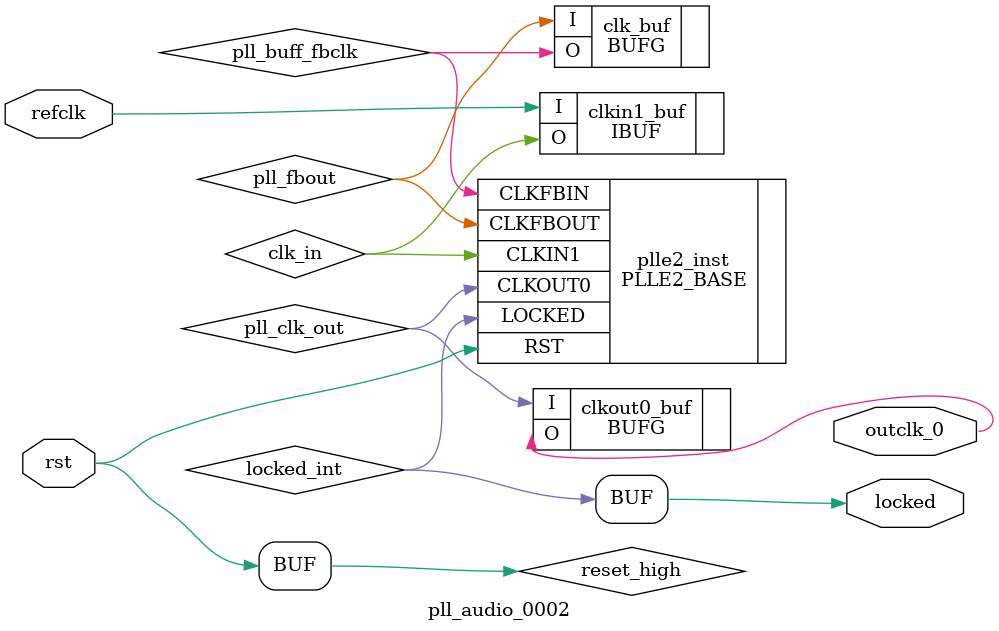
<source format=v>


module pll_audio_0002 (
    input  wire refclk,         // 50 MHz input clock
    input  wire rst,            // Reset signal
    output wire outclk_0,       // 24.576 MHz output clock
    output wire locked          // PLL lock indicator
);


    wire clk_in;
    wire pll_clk_out;         // PLL generated clock
    wire pll_fbout;           // Feedback clock
    wire pll_buff_fbclk;
    wire reset_high;
    wire locked_int;
    
// Input Buffering
    IBUF clkin1_buf (
        .I(refclk)
       ,.O(clk_in)
    );    

    PLLE2_BASE #(
         .BANDWIDTH("OPTIMIZED")    // PLL bandwidth
//        ,.COMPENSATION("ZHOLD")
        ,.STARTUP_WAIT("FALSE")      // Delay PLL startup
        ,.REF_JITTER1(0.010)
//        ,.REF_JITTER2(0.010)
        // Input clock
        ,.CLKIN1_PERIOD(20.0)       // Input clock period in ns (50 MHz => 20 ns)
//        ,.CLKIN2_PERIOD(0)                
        ,.CLKFBOUT_MULT(29)         // Multiplier for feedback clock
        ,.DIVCLK_DIVIDE(1)          // Input clock division
        // Output Clocks
        ,.CLKOUT0_DIVIDE(59)        // Divider for output clock (24.576 MHz)                        
        ,.CLKOUT0_PHASE(0.0)        // Output clock phase
        ,.CLKOUT0_DUTY_CYCLE(0.500)
    ) plle2_inst (
         .CLKIN1(clk_in)            // Input clock
        ,.CLKFBIN(pll_buff_fbclk)   // Feedback clock input
        ,.CLKFBOUT(pll_fbout)       // Feedback clock output
        ,.CLKOUT0(pll_clk_out)      // Output clock
        ,.LOCKED(locked_int)        // Lock indicator
        ,.RST(reset_high)           // Reset
    );
    
assign reset_high = rst;
assign locked = locked_int;

    // Buffer the output clock
    BUFG clk_buf (
        .I(pll_fbout)
       ,.O(pll_buff_fbclk)
    );
    
    BUFG clkout0_buf (
        .I(pll_clk_out),
        .O(outclk_0)
    );


endmodule



/*


module pll_audio_0002 (

    // interface 'refclk'
    input wire refclk,   
    // interface 'reset'
    input wire rst,    
    // interface 'outclk0'
    output wire outclk_0,    
    // interface 'locked'
    output wire locked
    );
   
//PLLE2_BASE #(
PLLE2_ADV #(
   .BANDWIDTH("OPTIMIZED"),  // OPTIMIZED, HIGH, LOW
   .CLKFBOUT_MULT(29),        // Multiply value for all CLKOUT, (2-64)
   .CLKFBOUT_PHASE(0.0),     // Phase offset in degrees of CLKFB, (-360.000-360.000).
   .CLKIN1_PERIOD(20.000),      // Input clock period in ns to ps resolution (i.e. 33.333 is 30 MHz).
   .CLKIN2_PERIOD(10.0),
   .COMPENSATION("ZHOLD"),
   // CLKOUT0_DIVIDE - CLKOUT5_DIVIDE: Divide amount for each CLKOUT (1-128)
   .CLKOUT0_DIVIDE(59),
   .CLKOUT1_DIVIDE(1),
   .CLKOUT2_DIVIDE(1),
   .CLKOUT3_DIVIDE(1),
   .CLKOUT4_DIVIDE(1),
   .CLKOUT5_DIVIDE(1),
   // CLKOUT0_DUTY_CYCLE - CLKOUT5_DUTY_CYCLE: Duty cycle for each CLKOUT (0.001-0.999).
   .CLKOUT0_DUTY_CYCLE(0.5),
   .CLKOUT1_DUTY_CYCLE(0.5),
   .CLKOUT2_DUTY_CYCLE(0.5),
   .CLKOUT3_DUTY_CYCLE(0.5),
   .CLKOUT4_DUTY_CYCLE(0.5),
   .CLKOUT5_DUTY_CYCLE(0.5),
   // CLKOUT0_PHASE - CLKOUT5_PHASE: Phase offset for each CLKOUT (-360.000-360.000).
   .CLKOUT0_PHASE(0.0),
   .CLKOUT1_PHASE(0.0),
   .CLKOUT2_PHASE(0.0),
   .CLKOUT3_PHASE(0.0),
   .CLKOUT4_PHASE(0.0),
   .CLKOUT5_PHASE(0.0),
   .DIVCLK_DIVIDE(1),        // Master division value, (1-56)
   .IS_CLKINSEL_INVERTED(1'b0),
   .IS_PWRDWN_INVERTED(1'b0),
   .IS_RST_INVERTED(1'b0),
   .REF_JITTER1(0.01),        // Reference input jitter in UI, (0.000-0.999).
   .REF_JITTER2(0.01),
   .STARTUP_WAIT("FALSE")    // Delay DONE until PLL Locks, ("TRUE"/"FALSE")
)
//PLLE2_BASE_inst (
PLLE2_ADV_inst (
   // Clock Outputs: 1-bit (each) output: User configurable clock outputs
   .CLKOUT0(outclk_0),   // 1-bit output: CLKOUT0     Output should be: 24.57627 MHz
   .LOCKED(locked),     // 1-bit output: LOCK
   .CLKIN1(CLKIN1),     // 1-bit input: Input clock  
   .RST(rst),           // 1-bit input: Reset  
   .CLKFBIN(refclk),    // 1-bit input: Feedback clock
   .CLKIN2(1'b0),
   .CLKINSEL(1'b1),   
   .DADDR({1'b0,1'b0,1'b0,1'b0,1'b0,1'b0,1'b0}),
   .DCLK(1'b0),
   .DEN(1'b0),
   .DI({1'b0,1'b0,1'b0,1'b0,1'b0,1'b0,1'b0,1'b0,1'b0,1'b0,1'b0,1'b0,1'b0,1'b0,1'b0,1'b0}),      
   .DWE(1'b0),
   .PWRDWN(1'b0)
);


endmodule
  */
</source>
